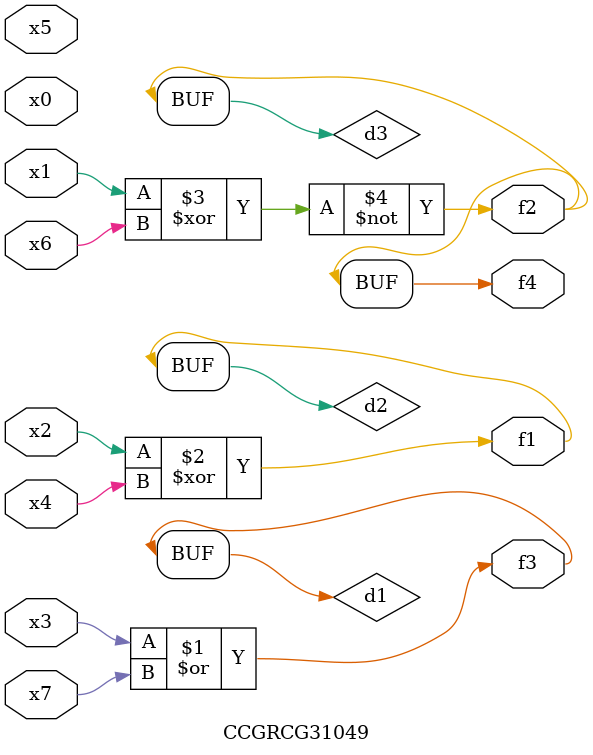
<source format=v>
module CCGRCG31049(
	input x0, x1, x2, x3, x4, x5, x6, x7,
	output f1, f2, f3, f4
);

	wire d1, d2, d3;

	or (d1, x3, x7);
	xor (d2, x2, x4);
	xnor (d3, x1, x6);
	assign f1 = d2;
	assign f2 = d3;
	assign f3 = d1;
	assign f4 = d3;
endmodule

</source>
